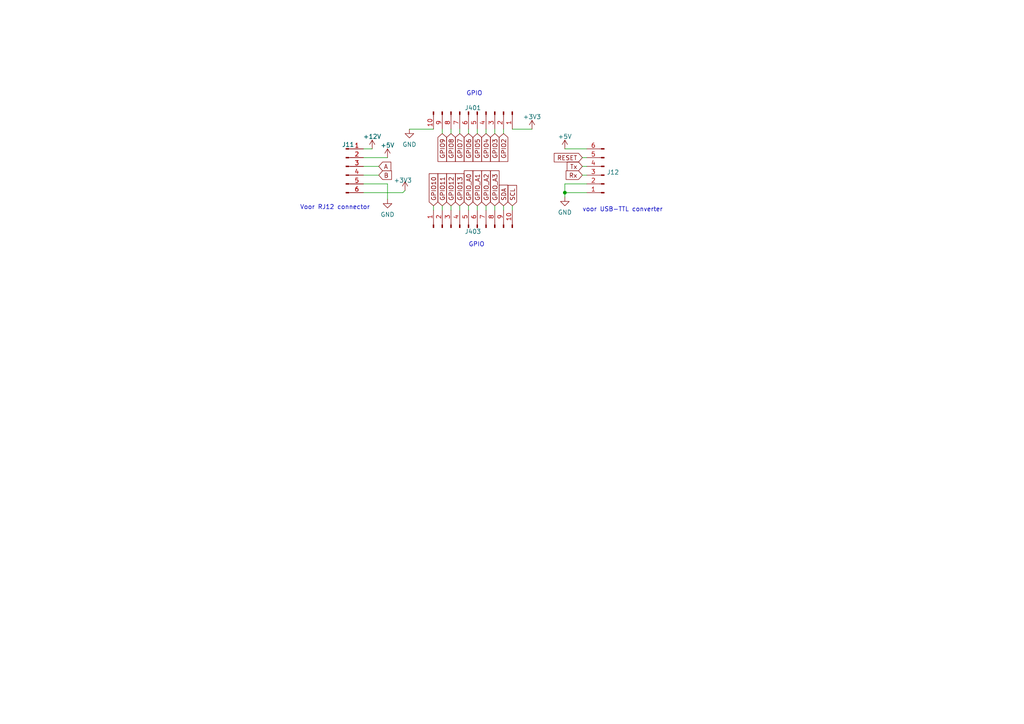
<source format=kicad_sch>
(kicad_sch (version 20211123) (generator eeschema)
  (paper "A4")
  (lib_symbols
    (symbol "Connector:Conn_01x06_Male" (pin_names (offset 1.016) hide)
      (property "Reference" "J" (at 0 7.62 0))
      (property "Value" "Conn_01x06_Male" (at 0 -10.16 0))
      (symbol "Conn_01x06_Male_1_1"
        (polyline (pts (xy 1.27 -7.62) (xy 0.8636 -7.62)) (stroke (width 0.1524)))
        (polyline (pts (xy 1.27 -5.08) (xy 0.8636 -5.08)) (stroke (width 0.1524)))
        (polyline (pts (xy 1.27 -2.54) (xy 0.8636 -2.54)) (stroke (width 0.1524)))
        (polyline (pts (xy 1.27 0) (xy 0.8636 0)) (stroke (width 0.1524)))
        (polyline (pts (xy 1.27 2.54) (xy 0.8636 2.54)) (stroke (width 0.1524)))
        (polyline (pts (xy 1.27 5.08) (xy 0.8636 5.08)) (stroke (width 0.1524)))
        (rectangle (start 0.8636 -7.493) (end 0 -7.747) (stroke (width 0.1524)) (fill (type outline)))
        (rectangle (start 0.8636 -4.953) (end 0 -5.207) (stroke (width 0.1524)) (fill (type outline)))
        (rectangle (start 0.8636 -2.413) (end 0 -2.667) (stroke (width 0.1524)) (fill (type outline)))
        (rectangle (start 0.8636 0.127) (end 0 -0.127) (stroke (width 0.1524)) (fill (type outline)))
        (rectangle (start 0.8636 2.667) (end 0 2.413) (stroke (width 0.1524)) (fill (type outline)))
        (rectangle (start 0.8636 5.207) (end 0 4.953) (stroke (width 0.1524)) (fill (type outline)))
        (pin passive line (at 5.08 5.08 180) (length 3.81) (name "Pin_1") (number "1"))
        (pin passive line (at 5.08 2.54 180) (length 3.81) (name "Pin_2") (number "2"))
        (pin passive line (at 5.08 0 180) (length 3.81) (name "Pin_3") (number "3"))
        (pin passive line (at 5.08 -2.54 180) (length 3.81) (name "Pin_4") (number "4"))
        (pin passive line (at 5.08 -5.08 180) (length 3.81) (name "Pin_5") (number "5"))
        (pin passive line (at 5.08 -7.62 180) (length 3.81) (name "Pin_6") (number "6"))
      )
    )
    (symbol "Connector:Conn_01x10_Male" (pin_names (offset 1.016) hide)
      (property "Reference" "J" (at 0 12.7 0))
      (property "Value" "Conn_01x10_Male" (at 0 -15.24 0))
      (symbol "Conn_01x10_Male_1_1"
        (polyline (pts (xy 1.27 -12.7) (xy 0.8636 -12.7)) (stroke (width 0.1524)))
        (polyline (pts (xy 1.27 -10.16) (xy 0.8636 -10.16)) (stroke (width 0.1524)))
        (polyline (pts (xy 1.27 -7.62) (xy 0.8636 -7.62)) (stroke (width 0.1524)))
        (polyline (pts (xy 1.27 -5.08) (xy 0.8636 -5.08)) (stroke (width 0.1524)))
        (polyline (pts (xy 1.27 -2.54) (xy 0.8636 -2.54)) (stroke (width 0.1524)))
        (polyline (pts (xy 1.27 0) (xy 0.8636 0)) (stroke (width 0.1524)))
        (polyline (pts (xy 1.27 2.54) (xy 0.8636 2.54)) (stroke (width 0.1524)))
        (polyline (pts (xy 1.27 5.08) (xy 0.8636 5.08)) (stroke (width 0.1524)))
        (polyline (pts (xy 1.27 7.62) (xy 0.8636 7.62)) (stroke (width 0.1524)))
        (polyline (pts (xy 1.27 10.16) (xy 0.8636 10.16)) (stroke (width 0.1524)))
        (rectangle (start 0.8636 -12.573) (end 0 -12.827) (stroke (width 0.1524)) (fill (type outline)))
        (rectangle (start 0.8636 -10.033) (end 0 -10.287) (stroke (width 0.1524)) (fill (type outline)))
        (rectangle (start 0.8636 -7.493) (end 0 -7.747) (stroke (width 0.1524)) (fill (type outline)))
        (rectangle (start 0.8636 -4.953) (end 0 -5.207) (stroke (width 0.1524)) (fill (type outline)))
        (rectangle (start 0.8636 -2.413) (end 0 -2.667) (stroke (width 0.1524)) (fill (type outline)))
        (rectangle (start 0.8636 0.127) (end 0 -0.127) (stroke (width 0.1524)) (fill (type outline)))
        (rectangle (start 0.8636 2.667) (end 0 2.413) (stroke (width 0.1524)) (fill (type outline)))
        (rectangle (start 0.8636 5.207) (end 0 4.953) (stroke (width 0.1524)) (fill (type outline)))
        (rectangle (start 0.8636 7.747) (end 0 7.493) (stroke (width 0.1524)) (fill (type outline)))
        (rectangle (start 0.8636 10.287) (end 0 10.033) (stroke (width 0.1524)) (fill (type outline)))
        (pin passive line (at 5.08 10.16 180) (length 3.81) (name "Pin_1") (number "1"))
        (pin passive line (at 5.08 -12.7 180) (length 3.81) (name "Pin_10") (number "10"))
        (pin passive line (at 5.08 7.62 180) (length 3.81) (name "Pin_2") (number "2"))
        (pin passive line (at 5.08 5.08 180) (length 3.81) (name "Pin_3") (number "3"))
        (pin passive line (at 5.08 2.54 180) (length 3.81) (name "Pin_4") (number "4"))
        (pin passive line (at 5.08 0 180) (length 3.81) (name "Pin_5") (number "5"))
        (pin passive line (at 5.08 -2.54 180) (length 3.81) (name "Pin_6") (number "6"))
        (pin passive line (at 5.08 -5.08 180) (length 3.81) (name "Pin_7") (number "7"))
        (pin passive line (at 5.08 -7.62 180) (length 3.81) (name "Pin_8") (number "8"))
        (pin passive line (at 5.08 -10.16 180) (length 3.81) (name "Pin_9") (number "9"))
      )
    )
    (symbol "power:+12V" (power) (pin_names (offset 0))
      (property "Value" "+12V" (at 0 3.556 0))
      (symbol "+12V_0_1"
        (polyline (pts (xy -0.762 1.27) (xy 0 2.54)))
        (polyline (pts (xy 0 0) (xy 0 2.54)))
        (polyline (pts (xy 0 2.54) (xy 0.762 1.27)))
      )
      (symbol "+12V_1_1"
        (pin power_in line (at 0 0 90) (length 0) hide (name "+12V") (number "1"))
      )
    )
    (symbol "power:+3V3" (power) (pin_names (offset 0))
      (property "Value" "+3V3" (at 0 3.556 0))
      (symbol "+3V3_0_1"
        (polyline (pts (xy -0.762 1.27) (xy 0 2.54)))
        (polyline (pts (xy 0 0) (xy 0 2.54)))
        (polyline (pts (xy 0 2.54) (xy 0.762 1.27)))
      )
      (symbol "+3V3_1_1"
        (pin power_in line (at 0 0 90) (length 0) hide (name "+3V3") (number "1"))
      )
    )
    (symbol "power:+5V" (power) (pin_names (offset 0))
      (property "Value" "+5V" (at 0 3.556 0))
      (symbol "+5V_0_1"
        (polyline (pts (xy -0.762 1.27) (xy 0 2.54)))
        (polyline (pts (xy 0 0) (xy 0 2.54)))
        (polyline (pts (xy 0 2.54) (xy 0.762 1.27)))
      )
      (symbol "+5V_1_1"
        (pin power_in line (at 0 0 90) (length 0) hide (name "+5V") (number "1"))
      )
    )
    (symbol "power:GND" (power) (pin_names (offset 0))
      (property "Value" "GND" (at 0 -3.81 0))
      (symbol "GND_0_1"
        (polyline (pts (xy 0 0) (xy 0 -1.27) (xy 1.27 -1.27) (xy 0 -2.54) (xy -1.27 -1.27) (xy 0 -1.27)))
      )
      (symbol "GND_1_1"
        (pin power_in line (at 0 0 270) (length 0) hide (name "GND") (number "1"))
      )
    )
  )
  (junction (at 163.83 55.88))
  (wire (pts (xy 163.83 53.34) (xy 163.83 55.88)))
  (wire (pts (xy 128.27 60.96) (xy 128.27 59.69)))
  (wire (pts (xy 133.35 37.465) (xy 133.35 38.735)))
  (wire (pts (xy 116.84 55.88) (xy 117.475 55.245)))
  (wire (pts (xy 105.41 43.18) (xy 107.95 43.18)))
  (wire (pts (xy 105.41 55.88) (xy 116.84 55.88)))
  (wire (pts (xy 125.73 37.465) (xy 118.745 37.465)))
  (wire (pts (xy 138.43 37.465) (xy 138.43 38.735)))
  (wire (pts (xy 168.91 48.26) (xy 170.18 48.26)))
  (wire (pts (xy 163.83 53.34) (xy 170.18 53.34)))
  (wire (pts (xy 163.83 43.18) (xy 170.18 43.18)))
  (wire (pts (xy 154.305 37.465) (xy 148.59 37.465)))
  (wire (pts (xy 168.91 50.8) (xy 170.18 50.8)))
  (wire (pts (xy 138.43 60.96) (xy 138.43 59.69)))
  (wire (pts (xy 133.35 60.96) (xy 133.35 59.69)))
  (wire (pts (xy 105.41 50.8) (xy 109.855 50.8)))
  (wire (pts (xy 135.89 37.465) (xy 135.89 38.735)))
  (wire (pts (xy 146.05 60.96) (xy 146.05 59.69)))
  (wire (pts (xy 105.41 45.72) (xy 112.395 45.72)))
  (wire (pts (xy 148.59 60.96) (xy 148.59 59.69)))
  (wire (pts (xy 143.51 37.465) (xy 143.51 38.735)))
  (wire (pts (xy 105.41 48.26) (xy 109.855 48.26)))
  (wire (pts (xy 128.27 37.465) (xy 128.27 38.735)))
  (wire (pts (xy 112.395 53.34) (xy 112.395 57.785)))
  (wire (pts (xy 125.73 60.96) (xy 125.73 59.69)))
  (wire (pts (xy 163.83 55.88) (xy 163.83 57.15)))
  (wire (pts (xy 140.97 60.96) (xy 140.97 59.69)))
  (wire (pts (xy 146.05 37.465) (xy 146.05 38.735)))
  (wire (pts (xy 105.41 53.34) (xy 112.395 53.34)))
  (wire (pts (xy 130.81 37.465) (xy 130.81 38.735)))
  (wire (pts (xy 143.51 60.96) (xy 143.51 59.69)))
  (wire (pts (xy 163.83 55.88) (xy 170.18 55.88)))
  (wire (pts (xy 130.81 60.96) (xy 130.81 59.69)))
  (wire (pts (xy 135.89 60.96) (xy 135.89 59.69)))
  (wire (pts (xy 140.97 37.465) (xy 140.97 38.735)))
  (wire (pts (xy 168.91 45.72) (xy 170.18 45.72)))
  (text "GPIO" (at 135.89 71.755 0) (effects (font (size 1.27 1.27)) (justify left bottom)))
  (text "GPIO" (at 135.255 27.94 0) (effects (font (size 1.27 1.27)) (justify left bottom)))
  (text "voor USB-TTL converter" (at 168.91 61.595 0) (effects (font (size 1.27 1.27)) (justify left bottom)))
  (text "Voor RJ12 connector" (at 86.995 60.96 0) (effects (font (size 1.27 1.27)) (justify left bottom)))
  (global_label "GPIO5" (shape input) (at 138.43 38.735 270) (property "Intersheet References" "${INTERSHEET_REFS}" (effects hide)))
  (global_label "GPIO12" (shape input) (at 130.81 59.69 90) (property "Intersheet References" "${INTERSHEET_REFS}" (effects hide)))
  (global_label "GPIO8" (shape input) (at 130.81 38.735 270) (property "Intersheet References" "${INTERSHEET_REFS}" (effects hide)))
  (global_label "GPIO13" (shape input) (at 133.35 59.69 90) (property "Intersheet References" "${INTERSHEET_REFS}" (effects hide)))
  (global_label "GPIO_A1" (shape input) (at 138.43 59.69 90) (property "Intersheet References" "${INTERSHEET_REFS}" (effects hide)))
  (global_label "GPIO3" (shape input) (at 143.51 38.735 270) (property "Intersheet References" "${INTERSHEET_REFS}" (effects hide)))
  (global_label "GPIO_A2" (shape input) (at 140.97 59.69 90) (property "Intersheet References" "${INTERSHEET_REFS}" (effects hide)))
  (global_label "GPIO4" (shape input) (at 140.97 38.735 270) (property "Intersheet References" "${INTERSHEET_REFS}" (effects hide)))
  (global_label "Tx" (shape input) (at 168.91 48.26 180) (property "Intersheet References" "${INTERSHEET_REFS}" (effects hide)))
  (global_label "SDA" (shape input) (at 146.05 59.69 90) (property "Intersheet References" "${INTERSHEET_REFS}" (effects hide)))
  (global_label "B" (shape input) (at 109.855 50.8 0) (property "Intersheet References" "${INTERSHEET_REFS}" (effects hide)))
  (global_label "GPIO9" (shape input) (at 128.27 38.735 270) (property "Intersheet References" "${INTERSHEET_REFS}" (effects hide)))
  (global_label "GPIO_A0" (shape input) (at 135.89 59.69 90) (property "Intersheet References" "${INTERSHEET_REFS}" (effects hide)))
  (global_label "RESET" (shape input) (at 168.91 45.72 180) (property "Intersheet References" "${INTERSHEET_REFS}" (effects hide)))
  (global_label "GPIO7" (shape input) (at 133.35 38.735 270) (property "Intersheet References" "${INTERSHEET_REFS}" (effects hide)))
  (global_label "GPIO2" (shape input) (at 146.05 38.735 270) (property "Intersheet References" "${INTERSHEET_REFS}" (effects hide)))
  (global_label "GPIO_A3" (shape input) (at 143.51 59.69 90) (property "Intersheet References" "${INTERSHEET_REFS}" (effects hide)))
  (global_label "GPIO10" (shape input) (at 125.73 59.69 90) (property "Intersheet References" "${INTERSHEET_REFS}" (effects hide)))
  (global_label "GPIO6" (shape input) (at 135.89 38.735 270) (property "Intersheet References" "${INTERSHEET_REFS}" (effects hide)))
  (global_label "SCL" (shape input) (at 148.59 59.69 90) (property "Intersheet References" "${INTERSHEET_REFS}" (effects hide)))
  (global_label "Rx" (shape input) (at 168.91 50.8 180) (property "Intersheet References" "${INTERSHEET_REFS}" (effects hide)))
  (global_label "GPIO11" (shape input) (at 128.27 59.69 90) (property "Intersheet References" "${INTERSHEET_REFS}" (effects hide)))
  (global_label "A" (shape input) (at 109.855 48.26 0) (property "Intersheet References" "${INTERSHEET_REFS}" (effects hide)))
  (symbol (lib_id "power:+3V3") (at 117.475 55.245 0) (mirror y) (unit 1)
    (property "Reference" "#PWR0118" (effects hide))
    (property "Value" "+3V3" (at 116.84 52.3042 0))
  )
  (symbol (lib_id "power:GND") (at 112.395 57.785 0) (unit 1)
    (property "Reference" "#PWR0106" (effects hide))
    (property "Value" "GND" (at 112.395 62.2284 0))
  )
  (symbol (lib_id "Connector:Conn_01x10_Male") (at 135.89 66.04 90) (unit 1)
    (property "Reference" "J403" (at 137.16 67.152 90))
    (property "Value" "Conn_01x10_Male" (effects hide))
    (property "Footprint" "custom_kicad_lib_sk:castellated_2.54mm_01x10" (effects hide))
  )
  (symbol (lib_id "Connector:Conn_01x06_Male") (at 175.26 50.8 180) (unit 1)
    (property "Reference" "J12" (at 175.9712 49.9638 0) (effects (justify right)))
    (property "Value" "Conn_01x05_Male" (effects hide))
    (property "Footprint" "custom_kicad_lib_sk:castellated_2.54mm_01x06" (effects hide))
  )
  (symbol (lib_id "Connector:Conn_01x10_Male") (at 138.43 32.385 270) (unit 1)
    (property "Reference" "J401" (at 137.16 31.273 90))
    (property "Value" "Conn_01x10_Male" (effects hide))
    (property "Footprint" "custom_kicad_lib_sk:castellated_2.54mm_01x10" (effects hide))
  )
  (symbol (lib_id "Connector:Conn_01x06_Male") (at 100.33 48.26 0) (unit 1)
    (property "Reference" "J11" (at 100.965 41.941 0))
    (property "Value" "Conn_01x05_Male" (effects hide))
    (property "Footprint" "custom_kicad_lib_sk:castellated_2.54mm_01x06" (effects hide))
  )
  (symbol (lib_id "power:GND") (at 118.745 37.465 0) (mirror y) (unit 1)
    (property "Reference" "#PWR0102" (effects hide))
    (property "Value" "GND" (at 118.745 41.9084 0))
  )
  (symbol (lib_id "power:+3V3") (at 154.305 37.465 0) (mirror y) (unit 1)
    (property "Reference" "#PWR0103" (effects hide))
    (property "Value" "+3V3" (at 154.305 33.8892 0))
  )
  (symbol (lib_id "power:+5V") (at 163.83 43.18 0) (unit 1)
    (property "Reference" "#PWR0101" (effects hide))
    (property "Value" "+5V" (at 163.83 39.6042 0))
  )
  (symbol (lib_id "power:+5V") (at 112.395 45.72 0) (unit 1)
    (property "Reference" "#PWR0117" (effects hide))
    (property "Value" "+5V" (at 112.395 42.1442 0))
  )
  (symbol (lib_id "power:+12V") (at 107.95 43.18 0) (unit 1)
    (property "Reference" "#PWR0105" (effects hide))
    (property "Value" "+12V" (at 107.95 39.6042 0))
  )
  (symbol (lib_id "power:GND") (at 163.83 57.15 0) (unit 1)
    (property "Reference" "#PWR0115" (effects hide))
    (property "Value" "GND" (at 163.83 61.5934 0))
  )
)
</source>
